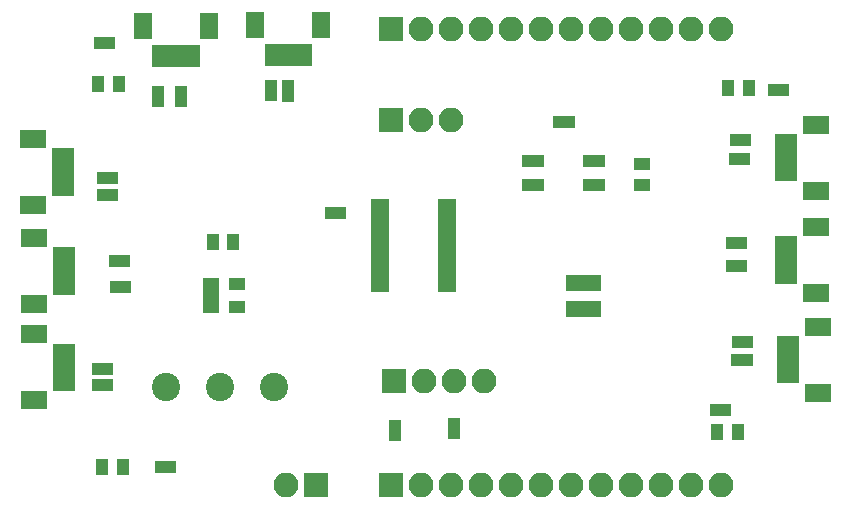
<source format=gbr>
G04 #@! TF.GenerationSoftware,KiCad,Pcbnew,5.0.0-rc2-dev-unknown-e0e0687~62~ubuntu16.04.1*
G04 #@! TF.CreationDate,2018-03-18T12:22:30+01:00*
G04 #@! TF.ProjectId,GhostSensorBoard,47686F737453656E736F72426F617264,rev?*
G04 #@! TF.SameCoordinates,Original*
G04 #@! TF.FileFunction,Soldermask,Top*
G04 #@! TF.FilePolarity,Negative*
%FSLAX46Y46*%
G04 Gerber Fmt 4.6, Leading zero omitted, Abs format (unit mm)*
G04 Created by KiCad (PCBNEW 5.0.0-rc2-dev-unknown-e0e0687~62~ubuntu16.04.1) date Sun Mar 18 12:22:30 2018*
%MOMM*%
%LPD*%
G01*
G04 APERTURE LIST*
%ADD10R,1.400000X1.070000*%
%ADD11R,1.070000X1.400000*%
%ADD12R,2.100000X2.100000*%
%ADD13O,2.100000X2.100000*%
%ADD14R,0.975000X1.050000*%
%ADD15R,1.050000X0.975000*%
%ADD16R,1.850000X1.100000*%
%ADD17C,2.400000*%
%ADD18R,1.500000X0.800000*%
%ADD19R,1.600000X2.200000*%
%ADD20R,1.000000X1.950000*%
%ADD21R,1.950000X1.000000*%
%ADD22R,2.200000X1.600000*%
%ADD23R,1.460000X1.050000*%
%ADD24R,1.050000X1.460000*%
G04 APERTURE END LIST*
D10*
X172200000Y-93600000D03*
X172200000Y-91850000D03*
D11*
X135875000Y-98400000D03*
X137625000Y-98400000D03*
X128275000Y-117450000D03*
X126525000Y-117450000D03*
X126200000Y-85050000D03*
X127950000Y-85050000D03*
X180375000Y-114500000D03*
X178625000Y-114500000D03*
X179525000Y-85400000D03*
X181275000Y-85400000D03*
D12*
X144600000Y-119050000D03*
D13*
X142060000Y-119050000D03*
D12*
X150970000Y-88100000D03*
D13*
X153510000Y-88100000D03*
X156050000Y-88100000D03*
D12*
X151010000Y-80400000D03*
D13*
X153550000Y-80400000D03*
X156090000Y-80400000D03*
X158630000Y-80400000D03*
X161170000Y-80400000D03*
X163710000Y-80400000D03*
X166250000Y-80400000D03*
X168790000Y-80400000D03*
X171330000Y-80400000D03*
X173870000Y-80400000D03*
X176410000Y-80400000D03*
X178950000Y-80400000D03*
X178950000Y-119000000D03*
X176410000Y-119000000D03*
X173870000Y-119000000D03*
X171330000Y-119000000D03*
X168790000Y-119000000D03*
X166250000Y-119000000D03*
X163710000Y-119000000D03*
X161170000Y-119000000D03*
X158630000Y-119000000D03*
X156090000Y-119000000D03*
X153550000Y-119000000D03*
D12*
X151010000Y-119000000D03*
D14*
X145900000Y-95950000D03*
X146675000Y-95950000D03*
D15*
X133200000Y-85762500D03*
X133200000Y-86537500D03*
X131250000Y-86487500D03*
X131250000Y-85712500D03*
D14*
X126625000Y-93050000D03*
X127400000Y-93050000D03*
X127400000Y-94450000D03*
X126625000Y-94450000D03*
X128387500Y-100050000D03*
X127612500Y-100050000D03*
X127662500Y-102250000D03*
X128437500Y-102250000D03*
X126950000Y-109200000D03*
X126175000Y-109200000D03*
X126200000Y-110550000D03*
X126975000Y-110550000D03*
X181087500Y-108450000D03*
X180312500Y-108450000D03*
X180375000Y-106900000D03*
X181150000Y-106900000D03*
X180650000Y-100450000D03*
X179875000Y-100450000D03*
X179875000Y-98550000D03*
X180650000Y-98550000D03*
X180900000Y-91400000D03*
X180125000Y-91400000D03*
X180212500Y-89800000D03*
X180987500Y-89800000D03*
D15*
X142250000Y-85262500D03*
X142250000Y-86037500D03*
X140800000Y-86025000D03*
X140800000Y-85250000D03*
D14*
X131512500Y-117500000D03*
X132287500Y-117500000D03*
X127137500Y-81550000D03*
X126362500Y-81550000D03*
X178512500Y-112700000D03*
X179287500Y-112700000D03*
X183412500Y-85600000D03*
X184187500Y-85600000D03*
X166025000Y-88300000D03*
X165250000Y-88300000D03*
D15*
X151300000Y-114787500D03*
X151300000Y-114012500D03*
X156300000Y-114625000D03*
X156300000Y-113850000D03*
D16*
X168180000Y-91600000D03*
X163020000Y-91600000D03*
X163020000Y-93600000D03*
X168180000Y-93600000D03*
D17*
X131900000Y-110700000D03*
X136500000Y-110700000D03*
X141100000Y-110700000D03*
D18*
X150050000Y-95175000D03*
X150050000Y-95825000D03*
X150050000Y-96475000D03*
X150050000Y-97125000D03*
X150050000Y-97775000D03*
X150050000Y-98425000D03*
X150050000Y-99075000D03*
X150050000Y-99725000D03*
X150050000Y-100375000D03*
X150050000Y-101025000D03*
X150050000Y-101675000D03*
X150050000Y-102325000D03*
X155750000Y-102325000D03*
X155750000Y-101675000D03*
X155750000Y-101025000D03*
X155750000Y-100375000D03*
X155750000Y-99725000D03*
X155750000Y-99075000D03*
X155750000Y-98425000D03*
X155750000Y-97775000D03*
X155750000Y-97125000D03*
X155750000Y-96475000D03*
X155750000Y-95825000D03*
X155750000Y-95175000D03*
D19*
X135600000Y-80150000D03*
X130000000Y-80150000D03*
D20*
X134300000Y-82675000D03*
X133300000Y-82675000D03*
X132300000Y-82675000D03*
X131300000Y-82675000D03*
D21*
X123225000Y-94000000D03*
X123225000Y-93000000D03*
X123225000Y-92000000D03*
X123225000Y-91000000D03*
D22*
X120700000Y-95300000D03*
X120700000Y-89700000D03*
X120750000Y-98100000D03*
X120750000Y-103700000D03*
D21*
X123275000Y-99400000D03*
X123275000Y-100400000D03*
X123275000Y-101400000D03*
X123275000Y-102400000D03*
X123275000Y-110550000D03*
X123275000Y-109550000D03*
X123275000Y-108550000D03*
X123275000Y-107550000D03*
D22*
X120750000Y-111850000D03*
X120750000Y-106250000D03*
X187150000Y-111200000D03*
X187150000Y-105600000D03*
D21*
X184625000Y-109900000D03*
X184625000Y-108900000D03*
X184625000Y-107900000D03*
X184625000Y-106900000D03*
X184425000Y-98450000D03*
X184425000Y-99450000D03*
X184425000Y-100450000D03*
X184425000Y-101450000D03*
D22*
X186950000Y-97150000D03*
X186950000Y-102750000D03*
X186950000Y-94100000D03*
X186950000Y-88500000D03*
D21*
X184425000Y-92800000D03*
X184425000Y-91800000D03*
X184425000Y-90800000D03*
X184425000Y-89800000D03*
D20*
X140800000Y-82625000D03*
X141800000Y-82625000D03*
X142800000Y-82625000D03*
X143800000Y-82625000D03*
D19*
X139500000Y-80100000D03*
X145100000Y-80100000D03*
D12*
X151200000Y-110200000D03*
D13*
X153740000Y-110200000D03*
X156280000Y-110200000D03*
X158820000Y-110200000D03*
D23*
X135750000Y-102000000D03*
X135750000Y-102950000D03*
X135750000Y-103900000D03*
X137950000Y-103900000D03*
X137950000Y-102000000D03*
D24*
X166350000Y-104100000D03*
X167300000Y-104100000D03*
X168250000Y-104100000D03*
X168250000Y-101900000D03*
X166350000Y-101900000D03*
X167300000Y-101900000D03*
M02*

</source>
